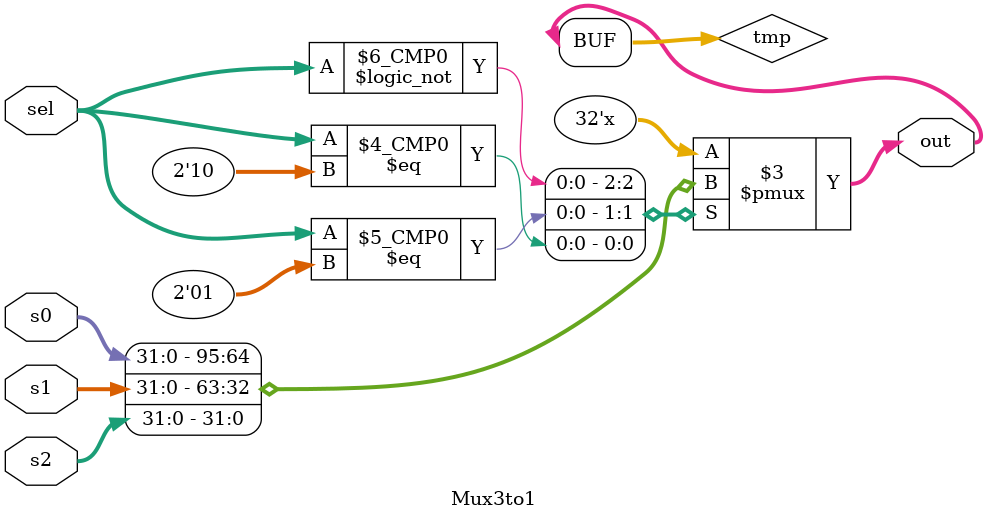
<source format=v>
module Mux3to1 #(
    parameter size = 32
) 
(
    input [1:0] sel,                // Selector (2 bits)
    input signed [size-1:0] s0,     // Input 0
    input signed [size-1:0] s1,     // Input 1
    input signed [size-1:0] s2,     // Input 2
    output signed [size-1:0] out    // Output
);
    // TODO: implement your 3to1 multiplexer here
    reg [size-1:0] tmp;
    always @(*) begin
        case(sel)
            2'b00 : tmp = s0;
            2'b01 : tmp = s1;
            2'b10 : tmp = s2;
        endcase
    end
    assign out = tmp;
endmodule


</source>
